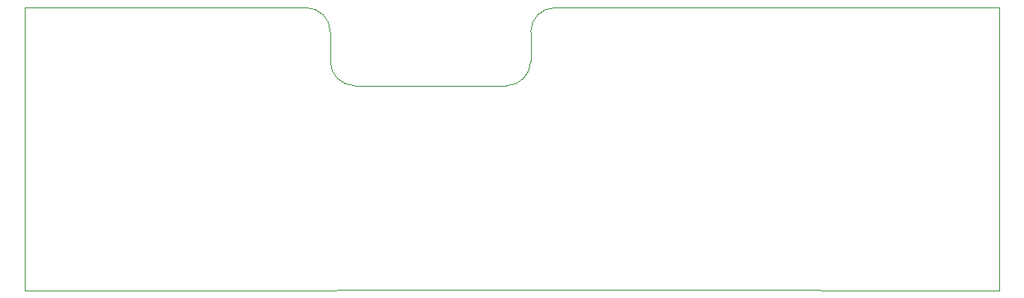
<source format=gbr>
%TF.GenerationSoftware,KiCad,Pcbnew,5.1.9+dfsg1-1*%
%TF.CreationDate,2021-11-29T12:28:50+01:00*%
%TF.ProjectId,Esp8266AquariumLight,45737038-3236-4364-9171-75617269756d,rev?*%
%TF.SameCoordinates,Original*%
%TF.FileFunction,Profile,NP*%
%FSLAX46Y46*%
G04 Gerber Fmt 4.6, Leading zero omitted, Abs format (unit mm)*
G04 Created by KiCad (PCBNEW 5.1.9+dfsg1-1) date 2021-11-29 12:28:50*
%MOMM*%
%LPD*%
G01*
G04 APERTURE LIST*
%TA.AperFunction,Profile*%
%ADD10C,0.100000*%
%TD*%
%TA.AperFunction,Profile*%
%ADD11C,0.050000*%
%TD*%
G04 APERTURE END LIST*
D10*
X100000000Y-129000000D02*
X163522000Y-128972000D01*
X100000000Y-100000000D02*
X100000000Y-129000000D01*
X163522000Y-128972000D02*
X199900000Y-129000000D01*
D11*
X128818000Y-100000000D02*
X100000000Y-100000000D01*
X154352000Y-100000000D02*
X199900000Y-100000000D01*
X151852000Y-105500000D02*
X151852000Y-102500000D01*
X133818000Y-108000000D02*
X149352000Y-108000000D01*
X131318000Y-102500000D02*
X131318000Y-105500000D01*
X151852000Y-102500000D02*
G75*
G02*
X154352000Y-100000000I2500000J0D01*
G01*
X151852000Y-105500000D02*
G75*
G02*
X149352000Y-108000000I-2500000J0D01*
G01*
X133818000Y-108000000D02*
G75*
G02*
X131318000Y-105500000I0J2500000D01*
G01*
X128818000Y-100000000D02*
G75*
G02*
X131318000Y-102500000I0J-2500000D01*
G01*
D10*
X199900000Y-100000000D02*
X199900000Y-129000000D01*
M02*

</source>
